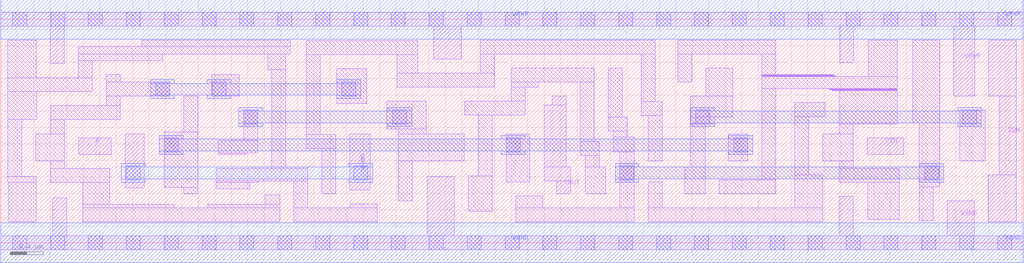
<source format=lef>
# Copyright 2020 The SkyWater PDK Authors
#
# Licensed under the Apache License, Version 2.0 (the "License");
# you may not use this file except in compliance with the License.
# You may obtain a copy of the License at
#
#     https://www.apache.org/licenses/LICENSE-2.0
#
# Unless required by applicable law or agreed to in writing, software
# distributed under the License is distributed on an "AS IS" BASIS,
# WITHOUT WARRANTIES OR CONDITIONS OF ANY KIND, either express or implied.
# See the License for the specific language governing permissions and
# limitations under the License.
#
# SPDX-License-Identifier: Apache-2.0

VERSION 5.7 ;
  NAMESCASESENSITIVE ON ;
  NOWIREEXTENSIONATPIN ON ;
  DIVIDERCHAR "/" ;
  BUSBITCHARS "[]" ;
UNITS
  DATABASE MICRONS 200 ;
END UNITS
MACRO sky130_fd_sc_hd__fahcin_1
  CLASS CORE ;
  SOURCE USER ;
  FOREIGN sky130_fd_sc_hd__fahcin_1 ;
  ORIGIN  0.000000  0.000000 ;
  SIZE  12.42000 BY  2.720000 ;
  SYMMETRY X Y R90 ;
  SITE unithd ;
  PIN A
    ANTENNAGATEAREA  0.247500 ;
    DIRECTION INPUT ;
    USE SIGNAL ;
    PORT
      LAYER li1 ;
        RECT 0.950000 1.075000 1.340000 1.275000 ;
    END
  END A
  PIN B
    ANTENNAGATEAREA  0.691500 ;
    DIRECTION INPUT ;
    USE SIGNAL ;
    PORT
      LAYER li1 ;
        RECT 1.510000 0.665000 1.740000 1.325000 ;
        RECT 4.240000 0.645000 4.490000 1.325000 ;
      LAYER mcon ;
        RECT 1.525000 0.765000 1.695000 0.935000 ;
        RECT 4.285000 0.765000 4.455000 0.935000 ;
      LAYER met1 ;
        RECT 1.465000 0.735000 1.755000 0.780000 ;
        RECT 1.465000 0.780000 4.515000 0.920000 ;
        RECT 1.465000 0.920000 1.755000 0.965000 ;
        RECT 4.225000 0.735000 4.515000 0.780000 ;
        RECT 4.225000 0.920000 4.515000 0.965000 ;
    END
  END B
  PIN CIN
    ANTENNAGATEAREA  0.493500 ;
    DIRECTION INPUT ;
    USE SIGNAL ;
    PORT
      LAYER li1 ;
        RECT 10.520000 1.075000 10.965000 1.275000 ;
    END
  END CIN
  PIN COUT
    ANTENNADIFFAREA  0.402800 ;
    DIRECTION OUTPUT ;
    USE SIGNAL ;
    PORT
      LAYER li1 ;
        RECT 6.600000 0.755000 6.925000 0.925000 ;
        RECT 6.600000 0.925000 6.870000 1.675000 ;
        RECT 6.700000 1.675000 6.870000 1.785000 ;
        RECT 6.755000 0.595000 6.925000 0.755000 ;
    END
  END COUT
  PIN SUM
    ANTENNADIFFAREA  0.470250 ;
    DIRECTION OUTPUT ;
    USE SIGNAL ;
    PORT
      LAYER li1 ;
        RECT 11.995000 0.255000 12.335000 0.825000 ;
        RECT 12.000000 1.785000 12.335000 2.465000 ;
        RECT 12.125000 0.825000 12.335000 1.785000 ;
    END
  END SUM
  PIN VGND
    DIRECTION INOUT ;
    SHAPE ABUTMENT ;
    USE GROUND ;
    PORT
      LAYER li1 ;
        RECT  0.000000 -0.085000 12.420000 0.085000 ;
        RECT  0.630000  0.085000  0.800000 0.545000 ;
        RECT  5.180000  0.085000  5.510000 0.805000 ;
        RECT 10.180000  0.085000 10.350000 0.565000 ;
        RECT 11.495000  0.085000 11.825000 0.510000 ;
      LAYER mcon ;
        RECT  0.145000 -0.085000  0.315000 0.085000 ;
        RECT  0.605000 -0.085000  0.775000 0.085000 ;
        RECT  1.065000 -0.085000  1.235000 0.085000 ;
        RECT  1.525000 -0.085000  1.695000 0.085000 ;
        RECT  1.985000 -0.085000  2.155000 0.085000 ;
        RECT  2.445000 -0.085000  2.615000 0.085000 ;
        RECT  2.905000 -0.085000  3.075000 0.085000 ;
        RECT  3.365000 -0.085000  3.535000 0.085000 ;
        RECT  3.825000 -0.085000  3.995000 0.085000 ;
        RECT  4.285000 -0.085000  4.455000 0.085000 ;
        RECT  4.745000 -0.085000  4.915000 0.085000 ;
        RECT  5.205000 -0.085000  5.375000 0.085000 ;
        RECT  5.665000 -0.085000  5.835000 0.085000 ;
        RECT  6.125000 -0.085000  6.295000 0.085000 ;
        RECT  6.585000 -0.085000  6.755000 0.085000 ;
        RECT  7.045000 -0.085000  7.215000 0.085000 ;
        RECT  7.505000 -0.085000  7.675000 0.085000 ;
        RECT  7.965000 -0.085000  8.135000 0.085000 ;
        RECT  8.425000 -0.085000  8.595000 0.085000 ;
        RECT  8.885000 -0.085000  9.055000 0.085000 ;
        RECT  9.345000 -0.085000  9.515000 0.085000 ;
        RECT  9.805000 -0.085000  9.975000 0.085000 ;
        RECT 10.265000 -0.085000 10.435000 0.085000 ;
        RECT 10.725000 -0.085000 10.895000 0.085000 ;
        RECT 11.185000 -0.085000 11.355000 0.085000 ;
        RECT 11.645000 -0.085000 11.815000 0.085000 ;
        RECT 12.105000 -0.085000 12.275000 0.085000 ;
      LAYER met1 ;
        RECT 0.000000 -0.240000 12.420000 0.240000 ;
    END
  END VGND
  PIN VPWR
    DIRECTION INOUT ;
    SHAPE ABUTMENT ;
    USE POWER ;
    PORT
      LAYER li1 ;
        RECT  0.000000 2.635000 12.420000 2.805000 ;
        RECT  0.600000 2.180000  0.770000 2.635000 ;
        RECT  5.260000 2.235000  5.590000 2.635000 ;
        RECT 10.190000 2.195000 10.360000 2.635000 ;
        RECT 11.575000 1.785000 11.830000 2.635000 ;
      LAYER mcon ;
        RECT  0.145000 2.635000  0.315000 2.805000 ;
        RECT  0.605000 2.635000  0.775000 2.805000 ;
        RECT  1.065000 2.635000  1.235000 2.805000 ;
        RECT  1.525000 2.635000  1.695000 2.805000 ;
        RECT  1.985000 2.635000  2.155000 2.805000 ;
        RECT  2.445000 2.635000  2.615000 2.805000 ;
        RECT  2.905000 2.635000  3.075000 2.805000 ;
        RECT  3.365000 2.635000  3.535000 2.805000 ;
        RECT  3.825000 2.635000  3.995000 2.805000 ;
        RECT  4.285000 2.635000  4.455000 2.805000 ;
        RECT  4.745000 2.635000  4.915000 2.805000 ;
        RECT  5.205000 2.635000  5.375000 2.805000 ;
        RECT  5.665000 2.635000  5.835000 2.805000 ;
        RECT  6.125000 2.635000  6.295000 2.805000 ;
        RECT  6.585000 2.635000  6.755000 2.805000 ;
        RECT  7.045000 2.635000  7.215000 2.805000 ;
        RECT  7.505000 2.635000  7.675000 2.805000 ;
        RECT  7.965000 2.635000  8.135000 2.805000 ;
        RECT  8.425000 2.635000  8.595000 2.805000 ;
        RECT  8.885000 2.635000  9.055000 2.805000 ;
        RECT  9.345000 2.635000  9.515000 2.805000 ;
        RECT  9.805000 2.635000  9.975000 2.805000 ;
        RECT 10.265000 2.635000 10.435000 2.805000 ;
        RECT 10.725000 2.635000 10.895000 2.805000 ;
        RECT 11.185000 2.635000 11.355000 2.805000 ;
        RECT 11.645000 2.635000 11.815000 2.805000 ;
        RECT 12.105000 2.635000 12.275000 2.805000 ;
      LAYER met1 ;
        RECT 0.000000 2.480000 12.420000 2.960000 ;
    END
  END VPWR
  OBS
    LAYER li1 ;
      RECT  0.085000 0.735000  0.430000 0.805000 ;
      RECT  0.085000 0.805000  0.255000 1.500000 ;
      RECT  0.085000 1.500000  0.440000 1.840000 ;
      RECT  0.085000 1.840000  1.110000 2.010000 ;
      RECT  0.085000 2.010000  0.430000 2.465000 ;
      RECT  0.100000 0.255000  0.430000 0.735000 ;
      RECT  0.425000 0.995000  0.780000 1.325000 ;
      RECT  0.610000 0.735000  1.325000 0.905000 ;
      RECT  0.610000 0.905000  0.780000 0.995000 ;
      RECT  0.610000 1.325000  0.780000 1.500000 ;
      RECT  0.610000 1.500000  1.450000 1.670000 ;
      RECT  0.940000 2.010000  1.110000 2.215000 ;
      RECT  0.940000 2.215000  1.970000 2.295000 ;
      RECT  0.940000 2.295000  3.515000 2.385000 ;
      RECT  0.995000 0.255000  3.390000 0.425000 ;
      RECT  0.995000 0.425000  2.100000 0.465000 ;
      RECT  0.995000 0.465000  1.325000 0.735000 ;
      RECT  1.280000 1.670000  1.450000 1.785000 ;
      RECT  1.280000 1.785000  2.050000 1.955000 ;
      RECT  1.280000 1.955000  1.450000 2.045000 ;
      RECT  1.715000 2.385000  3.515000 2.465000 ;
      RECT  1.985000 0.675000  2.390000 1.350000 ;
      RECT  2.220000 0.595000  2.390000 0.675000 ;
      RECT  2.220000 1.350000  2.390000 1.785000 ;
      RECT  2.515000 0.425000  3.390000 0.465000 ;
      RECT  2.565000 1.785000  2.895000 2.045000 ;
      RECT  2.620000 0.655000  3.025000 0.735000 ;
      RECT  2.620000 0.735000  3.135000 0.755000 ;
      RECT  2.620000 0.755000  3.730000 0.905000 ;
      RECT  2.640000 1.075000  2.970000 1.095000 ;
      RECT  2.640000 1.095000  3.120000 1.245000 ;
      RECT  2.800000 1.245000  3.120000 1.265000 ;
      RECT  2.950000 1.265000  3.120000 1.615000 ;
      RECT  3.055000 0.905000  3.730000 0.925000 ;
      RECT  3.215000 0.465000  3.390000 0.585000 ;
      RECT  3.245000 2.110000  3.460000 2.295000 ;
      RECT  3.290000 0.925000  3.460000 2.110000 ;
      RECT  3.560000 0.255000  4.570000 0.425000 ;
      RECT  3.560000 0.425000  3.730000 0.755000 ;
      RECT  3.710000 1.150000  4.070000 1.320000 ;
      RECT  3.710000 1.320000  3.880000 2.290000 ;
      RECT  3.710000 2.290000  5.065000 2.460000 ;
      RECT  3.900000 0.595000  4.070000 1.150000 ;
      RECT  4.080000 1.695000  4.445000 2.120000 ;
      RECT  4.240000 0.425000  4.570000 0.475000 ;
      RECT  4.690000 1.385000  5.170000 1.725000 ;
      RECT  4.815000 1.895000  5.995000 2.065000 ;
      RECT  4.815000 2.065000  5.065000 2.290000 ;
      RECT  4.830000 0.510000  5.000000 0.995000 ;
      RECT  4.830000 0.995000  5.630000 1.325000 ;
      RECT  4.830000 1.325000  5.170000 1.385000 ;
      RECT  5.635000 1.555000  6.370000 1.725000 ;
      RECT  5.680000 0.380000  5.970000 0.815000 ;
      RECT  5.800000 0.815000  5.970000 1.555000 ;
      RECT  5.825000 2.065000  5.995000 2.295000 ;
      RECT  5.825000 2.295000  7.950000 2.465000 ;
      RECT  6.140000 0.740000  6.425000 1.325000 ;
      RECT  6.200000 1.725000  6.370000 1.895000 ;
      RECT  6.200000 1.895000  6.530000 1.955000 ;
      RECT  6.200000 1.955000  7.210000 2.125000 ;
      RECT  6.255000 0.255000  7.695000 0.425000 ;
      RECT  6.255000 0.425000  6.585000 0.570000 ;
      RECT  7.040000 1.060000  7.270000 1.230000 ;
      RECT  7.040000 1.230000  7.210000 1.955000 ;
      RECT  7.100000 0.595000  7.350000 0.925000 ;
      RECT  7.100000 0.925000  7.270000 1.060000 ;
      RECT  7.380000 1.360000  7.610000 1.530000 ;
      RECT  7.380000 1.530000  7.550000 2.125000 ;
      RECT  7.440000 1.105000  7.695000 1.290000 ;
      RECT  7.440000 1.290000  7.610000 1.360000 ;
      RECT  7.520000 0.425000  7.695000 1.105000 ;
      RECT  7.780000 1.550000  8.035000 1.720000 ;
      RECT  7.780000 1.720000  7.950000 2.295000 ;
      RECT  7.865000 0.255000  9.980000 0.425000 ;
      RECT  7.865000 0.425000  8.035000 0.740000 ;
      RECT  7.865000 0.995000  8.035000 1.550000 ;
      RECT  8.220000 1.955000  8.390000 2.295000 ;
      RECT  8.220000 2.295000  9.410000 2.465000 ;
      RECT  8.305000 0.595000  8.555000 0.925000 ;
      RECT  8.375000 0.925000  8.555000 1.445000 ;
      RECT  8.375000 1.445000  8.670000 1.530000 ;
      RECT  8.375000 1.530000  8.890000 1.785000 ;
      RECT  8.560000 1.785000  8.890000 2.125000 ;
      RECT  8.725000 0.595000  9.410000 0.765000 ;
      RECT  8.835000 0.995000  9.070000 1.325000 ;
      RECT  9.240000 0.765000  9.410000 1.875000 ;
      RECT  9.240000 1.875000 10.885000 2.025000 ;
      RECT  9.240000 2.025000 10.145000 2.030000 ;
      RECT  9.240000 2.030000 10.130000 2.035000 ;
      RECT  9.240000 2.035000 10.120000 2.040000 ;
      RECT  9.240000 2.040000 10.105000 2.045000 ;
      RECT  9.240000 2.045000  9.410000 2.295000 ;
      RECT  9.640000 0.425000  9.980000 0.825000 ;
      RECT  9.640000 0.825000  9.810000 1.535000 ;
      RECT  9.640000 1.535000 10.010000 1.705000 ;
      RECT  9.980000 0.995000 10.350000 1.325000 ;
      RECT 10.055000 1.870000 10.885000 1.875000 ;
      RECT 10.070000 1.865000 10.885000 1.870000 ;
      RECT 10.085000 1.860000 10.885000 1.865000 ;
      RECT 10.100000 1.855000 10.885000 1.860000 ;
      RECT 10.180000 0.735000 10.910000 0.905000 ;
      RECT 10.180000 0.905000 10.350000 0.995000 ;
      RECT 10.180000 1.325000 10.350000 1.445000 ;
      RECT 10.180000 1.445000 10.885000 1.855000 ;
      RECT 10.530000 0.285000 10.910000 0.735000 ;
      RECT 10.535000 2.025000 10.885000 2.465000 ;
      RECT 11.075000 1.455000 11.405000 2.465000 ;
      RECT 11.155000 0.270000 11.325000 0.680000 ;
      RECT 11.155000 0.680000 11.405000 1.455000 ;
      RECT 11.645000 0.995000 11.955000 1.615000 ;
    LAYER mcon ;
      RECT  1.880000 1.785000  2.050000 1.955000 ;
      RECT  1.985000 1.105000  2.155000 1.275000 ;
      RECT  2.570000 1.785000  2.740000 1.955000 ;
      RECT  2.950000 1.445000  3.120000 1.615000 ;
      RECT  4.140000 1.785000  4.310000 1.955000 ;
      RECT  4.760000 1.445000  4.930000 1.615000 ;
      RECT  6.140000 1.105000  6.310000 1.275000 ;
      RECT  7.520000 0.765000  7.690000 0.935000 ;
      RECT  8.440000 1.445000  8.610000 1.615000 ;
      RECT  8.900000 1.105000  9.070000 1.275000 ;
      RECT 11.220000 0.765000 11.390000 0.935000 ;
      RECT 11.680000 1.445000 11.850000 1.615000 ;
    LAYER met1 ;
      RECT  1.820000 1.755000  2.110000 1.800000 ;
      RECT  1.820000 1.800000  4.370000 1.940000 ;
      RECT  1.820000 1.940000  2.110000 1.985000 ;
      RECT  1.925000 1.075000  2.215000 1.120000 ;
      RECT  1.925000 1.120000  9.130000 1.260000 ;
      RECT  1.925000 1.260000  2.215000 1.305000 ;
      RECT  2.510000 1.755000  2.800000 1.800000 ;
      RECT  2.510000 1.940000  2.800000 1.985000 ;
      RECT  2.890000 1.415000  3.180000 1.460000 ;
      RECT  2.890000 1.460000  4.990000 1.600000 ;
      RECT  2.890000 1.600000  3.180000 1.645000 ;
      RECT  4.080000 1.755000  4.370000 1.800000 ;
      RECT  4.080000 1.940000  4.370000 1.985000 ;
      RECT  4.700000 1.415000  4.990000 1.460000 ;
      RECT  4.700000 1.600000  4.990000 1.645000 ;
      RECT  6.080000 1.075000  6.370000 1.120000 ;
      RECT  6.080000 1.260000  6.370000 1.305000 ;
      RECT  7.460000 0.735000  7.750000 0.780000 ;
      RECT  7.460000 0.780000 11.450000 0.920000 ;
      RECT  7.460000 0.920000  7.750000 0.965000 ;
      RECT  8.380000 1.415000  8.670000 1.460000 ;
      RECT  8.380000 1.460000 11.910000 1.600000 ;
      RECT  8.380000 1.600000  8.670000 1.645000 ;
      RECT  8.840000 1.075000  9.130000 1.120000 ;
      RECT  8.840000 1.260000  9.130000 1.305000 ;
      RECT 11.160000 0.735000 11.450000 0.780000 ;
      RECT 11.160000 0.920000 11.450000 0.965000 ;
      RECT 11.620000 1.415000 11.910000 1.460000 ;
      RECT 11.620000 1.600000 11.910000 1.645000 ;
  END
END sky130_fd_sc_hd__fahcin_1

</source>
